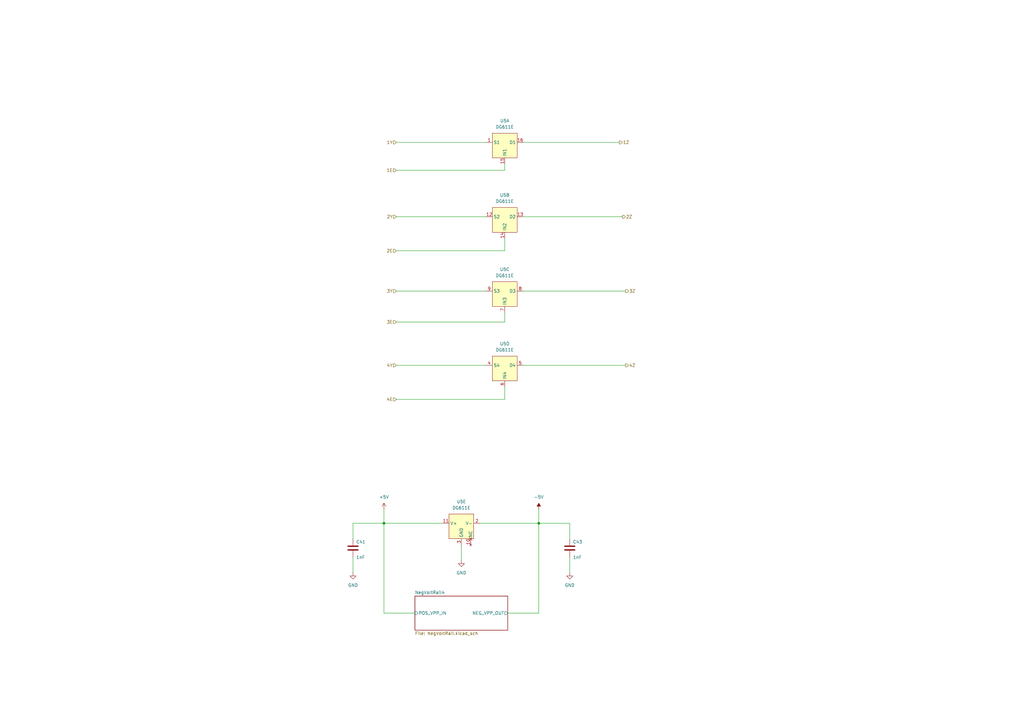
<source format=kicad_sch>
(kicad_sch (version 20211123) (generator eeschema)
  (paper "A3")
  (lib_symbols
    (symbol "DG611E_1"
      (property "Reference" "U" (at 0 8.89 0))
      (property "Value" "DG611E_1" (at 0 6.35 0))
      (symbol "DG611E_1_1_1"
        (rectangle (start -5.08 3.81) (end 5.08 -6.35) (fill (type background)))
        (pin passive line (at -7.62 0 0) (length 2.54) (name "S1") (number "1"))
        (pin passive line (at 0 -8.89 90) (length 2.54) (name "IN1") (number "15"))
        (pin passive line (at 7.62 0 180) (length 2.54) (name "D1") (number "16"))
      )
      (symbol "DG611E_1_2_1"
        (rectangle (start -5.08 3.81) (end 5.08 -6.35) (fill (type background)))
        (pin passive line (at -7.62 0 0) (length 2.54) (name "S2") (number "12"))
        (pin passive line (at 7.62 0 180) (length 2.54) (name "D2") (number "13"))
        (pin passive line (at 0 -8.89 90) (length 2.54) (name "IN2") (number "14"))
      )
      (symbol "DG611E_1_3_1"
        (rectangle (start -5.08 3.81) (end 5.08 -6.35) (fill (type background)))
        (pin passive line (at 0 -8.89 90) (length 2.54) (name "IN3") (number "7"))
        (pin passive line (at 7.62 0 180) (length 2.54) (name "D3") (number "8"))
        (pin passive line (at -7.62 0 0) (length 2.54) (name "S3") (number "9"))
      )
      (symbol "DG611E_1_4_1"
        (rectangle (start -5.08 3.81) (end 5.08 -6.35) (fill (type background)))
        (pin passive line (at -7.62 0 0) (length 2.54) (name "S4") (number "4"))
        (pin passive line (at 7.62 0 180) (length 2.54) (name "D4") (number "5"))
        (pin passive line (at 0 -8.89 90) (length 2.54) (name "IN4") (number "6"))
      )
      (symbol "DG611E_1_5_1"
        (rectangle (start -5.08 3.81) (end 5.08 -6.35) (fill (type background)))
        (pin no_connect non_logic (at 3.81 -8.89 90) (length 2.54) (name "NC") (number "10"))
        (pin power_in line (at -7.62 0 0) (length 2.54) (name "V+") (number "11"))
        (pin power_in line (at 7.62 0 180) (length 2.54) (name "V-") (number "2"))
        (pin power_in line (at 0 -8.89 90) (length 2.54) (name "GND") (number "3"))
      )
    )
    (symbol "DG611E_2"
      (property "Reference" "U" (at 0 8.89 0))
      (property "Value" "DG611E_2" (at 0 6.35 0))
      (symbol "DG611E_2_1_1"
        (rectangle (start -5.08 3.81) (end 5.08 -6.35) (fill (type background)))
        (pin passive line (at -7.62 0 0) (length 2.54) (name "S1") (number "1"))
        (pin passive line (at 0 -8.89 90) (length 2.54) (name "IN1") (number "15"))
        (pin passive line (at 7.62 0 180) (length 2.54) (name "D1") (number "16"))
      )
      (symbol "DG611E_2_2_1"
        (rectangle (start -5.08 3.81) (end 5.08 -6.35) (fill (type background)))
        (pin passive line (at -7.62 0 0) (length 2.54) (name "S2") (number "12"))
        (pin passive line (at 7.62 0 180) (length 2.54) (name "D2") (number "13"))
        (pin passive line (at 0 -8.89 90) (length 2.54) (name "IN2") (number "14"))
      )
      (symbol "DG611E_2_3_1"
        (rectangle (start -5.08 3.81) (end 5.08 -6.35) (fill (type background)))
        (pin passive line (at 0 -8.89 90) (length 2.54) (name "IN3") (number "7"))
        (pin passive line (at 7.62 0 180) (length 2.54) (name "D3") (number "8"))
        (pin passive line (at -7.62 0 0) (length 2.54) (name "S3") (number "9"))
      )
      (symbol "DG611E_2_4_1"
        (rectangle (start -5.08 3.81) (end 5.08 -6.35) (fill (type background)))
        (pin passive line (at -7.62 0 0) (length 2.54) (name "S4") (number "4"))
        (pin passive line (at 7.62 0 180) (length 2.54) (name "D4") (number "5"))
        (pin passive line (at 0 -8.89 90) (length 2.54) (name "IN4") (number "6"))
      )
      (symbol "DG611E_2_5_1"
        (rectangle (start -5.08 3.81) (end 5.08 -6.35) (fill (type background)))
        (pin no_connect non_logic (at 3.81 -8.89 90) (length 2.54) (name "NC") (number "10"))
        (pin power_in line (at -7.62 0 0) (length 2.54) (name "V+") (number "11"))
        (pin power_in line (at 7.62 0 180) (length 2.54) (name "V-") (number "2"))
        (pin power_in line (at 0 -8.89 90) (length 2.54) (name "GND") (number "3"))
      )
    )
    (symbol "DG611E_3"
      (property "Reference" "U" (at 0 8.89 0))
      (property "Value" "DG611E_3" (at 0 6.35 0))
      (symbol "DG611E_3_1_1"
        (rectangle (start -5.08 3.81) (end 5.08 -6.35) (fill (type background)))
        (pin passive line (at -7.62 0 0) (length 2.54) (name "S1") (number "1"))
        (pin passive line (at 0 -8.89 90) (length 2.54) (name "IN1") (number "15"))
        (pin passive line (at 7.62 0 180) (length 2.54) (name "D1") (number "16"))
      )
      (symbol "DG611E_3_2_1"
        (rectangle (start -5.08 3.81) (end 5.08 -6.35) (fill (type background)))
        (pin passive line (at -7.62 0 0) (length 2.54) (name "S2") (number "12"))
        (pin passive line (at 7.62 0 180) (length 2.54) (name "D2") (number "13"))
        (pin passive line (at 0 -8.89 90) (length 2.54) (name "IN2") (number "14"))
      )
      (symbol "DG611E_3_3_1"
        (rectangle (start -5.08 3.81) (end 5.08 -6.35) (fill (type background)))
        (pin passive line (at 0 -8.89 90) (length 2.54) (name "IN3") (number "7"))
        (pin passive line (at 7.62 0 180) (length 2.54) (name "D3") (number "8"))
        (pin passive line (at -7.62 0 0) (length 2.54) (name "S3") (number "9"))
      )
      (symbol "DG611E_3_4_1"
        (rectangle (start -5.08 3.81) (end 5.08 -6.35) (fill (type background)))
        (pin passive line (at -7.62 0 0) (length 2.54) (name "S4") (number "4"))
        (pin passive line (at 7.62 0 180) (length 2.54) (name "D4") (number "5"))
        (pin passive line (at 0 -8.89 90) (length 2.54) (name "IN4") (number "6"))
      )
      (symbol "DG611E_3_5_1"
        (rectangle (start -5.08 3.81) (end 5.08 -6.35) (fill (type background)))
        (pin no_connect non_logic (at 3.81 -8.89 90) (length 2.54) (name "NC") (number "10"))
        (pin power_in line (at -7.62 0 0) (length 2.54) (name "V+") (number "11"))
        (pin power_in line (at 7.62 0 180) (length 2.54) (name "V-") (number "2"))
        (pin power_in line (at 0 -8.89 90) (length 2.54) (name "GND") (number "3"))
      )
    )
    (symbol "DG611E_4"
      (property "Reference" "U" (at 0 8.89 0))
      (property "Value" "DG611E_4" (at 0 6.35 0))
      (symbol "DG611E_4_1_1"
        (rectangle (start -5.08 3.81) (end 5.08 -6.35) (fill (type background)))
        (pin passive line (at -7.62 0 0) (length 2.54) (name "S1") (number "1"))
        (pin passive line (at 0 -8.89 90) (length 2.54) (name "IN1") (number "15"))
        (pin passive line (at 7.62 0 180) (length 2.54) (name "D1") (number "16"))
      )
      (symbol "DG611E_4_2_1"
        (rectangle (start -5.08 3.81) (end 5.08 -6.35) (fill (type background)))
        (pin passive line (at -7.62 0 0) (length 2.54) (name "S2") (number "12"))
        (pin passive line (at 7.62 0 180) (length 2.54) (name "D2") (number "13"))
        (pin passive line (at 0 -8.89 90) (length 2.54) (name "IN2") (number "14"))
      )
      (symbol "DG611E_4_3_1"
        (rectangle (start -5.08 3.81) (end 5.08 -6.35) (fill (type background)))
        (pin passive line (at 0 -8.89 90) (length 2.54) (name "IN3") (number "7"))
        (pin passive line (at 7.62 0 180) (length 2.54) (name "D3") (number "8"))
        (pin passive line (at -7.62 0 0) (length 2.54) (name "S3") (number "9"))
      )
      (symbol "DG611E_4_4_1"
        (rectangle (start -5.08 3.81) (end 5.08 -6.35) (fill (type background)))
        (pin passive line (at -7.62 0 0) (length 2.54) (name "S4") (number "4"))
        (pin passive line (at 7.62 0 180) (length 2.54) (name "D4") (number "5"))
        (pin passive line (at 0 -8.89 90) (length 2.54) (name "IN4") (number "6"))
      )
      (symbol "DG611E_4_5_1"
        (rectangle (start -5.08 3.81) (end 5.08 -6.35) (fill (type background)))
        (pin no_connect non_logic (at 3.81 -8.89 90) (length 2.54) (name "NC") (number "10"))
        (pin power_in line (at -7.62 0 0) (length 2.54) (name "V+") (number "11"))
        (pin power_in line (at 7.62 0 180) (length 2.54) (name "V-") (number "2"))
        (pin power_in line (at 0 -8.89 90) (length 2.54) (name "GND") (number "3"))
      )
    )
    (symbol "DG61x:DG611E"
      (property "Reference" "U" (at 0 8.89 0))
      (property "Value" "DG611E" (at 0 6.35 0))
      (symbol "DG611E_1_1"
        (rectangle (start -5.08 3.81) (end 5.08 -6.35) (fill (type background)))
        (pin passive line (at -7.62 0 0) (length 2.54) (name "S1") (number "1"))
        (pin passive line (at 0 -8.89 90) (length 2.54) (name "IN1") (number "15"))
        (pin passive line (at 7.62 0 180) (length 2.54) (name "D1") (number "16"))
      )
      (symbol "DG611E_2_1"
        (rectangle (start -5.08 3.81) (end 5.08 -6.35) (fill (type background)))
        (pin passive line (at -7.62 0 0) (length 2.54) (name "S2") (number "12"))
        (pin passive line (at 7.62 0 180) (length 2.54) (name "D2") (number "13"))
        (pin passive line (at 0 -8.89 90) (length 2.54) (name "IN2") (number "14"))
      )
      (symbol "DG611E_3_1"
        (rectangle (start -5.08 3.81) (end 5.08 -6.35) (fill (type background)))
        (pin passive line (at 0 -8.89 90) (length 2.54) (name "IN3") (number "7"))
        (pin passive line (at 7.62 0 180) (length 2.54) (name "D3") (number "8"))
        (pin passive line (at -7.62 0 0) (length 2.54) (name "S3") (number "9"))
      )
      (symbol "DG611E_4_1"
        (rectangle (start -5.08 3.81) (end 5.08 -6.35) (fill (type background)))
        (pin passive line (at -7.62 0 0) (length 2.54) (name "S4") (number "4"))
        (pin passive line (at 7.62 0 180) (length 2.54) (name "D4") (number "5"))
        (pin passive line (at 0 -8.89 90) (length 2.54) (name "IN4") (number "6"))
      )
      (symbol "DG611E_5_1"
        (rectangle (start -5.08 3.81) (end 5.08 -6.35) (fill (type background)))
        (pin no_connect non_logic (at 3.81 -8.89 90) (length 2.54) (name "NC") (number "10"))
        (pin power_in line (at -7.62 0 0) (length 2.54) (name "V+") (number "11"))
        (pin power_in line (at 7.62 0 180) (length 2.54) (name "V-") (number "2"))
        (pin power_in line (at 0 -8.89 90) (length 2.54) (name "GND") (number "3"))
      )
    )
    (symbol "Device:C" (pin_numbers hide) (pin_names (offset 0.254))
      (property "Reference" "C" (at 0.635 2.54 0))
      (property "Value" "C" (at 0.635 -2.54 0))
      (symbol "C_0_1"
        (polyline (pts (xy -2.032 -0.762) (xy 2.032 -0.762)) (stroke (width 0.508)))
        (polyline (pts (xy -2.032 0.762) (xy 2.032 0.762)) (stroke (width 0.508)))
      )
      (symbol "C_1_1"
        (pin passive line (at 0 3.81 270) (length 2.794) (name "~") (number "1"))
        (pin passive line (at 0 -3.81 90) (length 2.794) (name "~") (number "2"))
      )
    )
    (symbol "power:+5V" (power) (pin_names (offset 0))
      (property "Value" "+5V" (at 0 3.556 0))
      (symbol "+5V_0_1"
        (polyline (pts (xy -0.762 1.27) (xy 0 2.54)))
        (polyline (pts (xy 0 0) (xy 0 2.54)))
        (polyline (pts (xy 0 2.54) (xy 0.762 1.27)))
      )
      (symbol "+5V_1_1"
        (pin power_in line (at 0 0 90) (length 0) hide (name "+5V") (number "1"))
      )
    )
    (symbol "power:-5V" (power) (pin_names (offset 0))
      (property "Value" "-5V" (at 0 3.81 0))
      (symbol "-5V_0_0"
        (pin power_in line (at 0 0 90) (length 0) hide (name "-5V") (number "1"))
      )
      (symbol "-5V_0_1"
        (polyline (pts (xy 0 0) (xy 0 1.27) (xy 0.762 1.27) (xy 0 2.54) (xy -0.762 1.27) (xy 0 1.27)) (fill (type outline)))
      )
    )
    (symbol "power:GND" (power) (pin_names (offset 0))
      (property "Value" "GND" (at 0 -3.81 0))
      (symbol "GND_0_1"
        (polyline (pts (xy 0 0) (xy 0 -1.27) (xy 1.27 -1.27) (xy 0 -2.54) (xy -1.27 -1.27) (xy 0 -1.27)))
      )
      (symbol "GND_1_1"
        (pin power_in line (at 0 0 270) (length 0) hide (name "GND") (number "1"))
      )
    )
  )
  (junction (at 157.48 214.63))
  (junction (at 220.98 214.63))
  (wire (pts (xy 157.48 214.63) (xy 181.61 214.63)))
  (wire (pts (xy 207.01 67.31) (xy 207.01 69.85)))
  (wire (pts (xy 220.98 214.63) (xy 220.98 251.46)))
  (wire (pts (xy 196.85 214.63) (xy 220.98 214.63)))
  (wire (pts (xy 157.48 214.63) (xy 157.48 251.46)))
  (wire (pts (xy 144.78 214.63) (xy 144.78 220.98)))
  (wire (pts (xy 220.98 214.63) (xy 233.68 214.63)))
  (wire (pts (xy 207.01 97.79) (xy 207.01 102.87)))
  (wire (pts (xy 144.78 214.63) (xy 157.48 214.63)))
  (wire (pts (xy 162.56 119.38) (xy 199.39 119.38)))
  (wire (pts (xy 162.56 88.9) (xy 199.39 88.9)))
  (wire (pts (xy 214.63 58.42) (xy 254 58.42)))
  (wire (pts (xy 207.01 128.27) (xy 207.01 132.08)))
  (wire (pts (xy 233.68 228.6) (xy 233.68 234.95)))
  (wire (pts (xy 214.63 88.9) (xy 255.27 88.9)))
  (wire (pts (xy 162.56 102.87) (xy 207.01 102.87)))
  (wire (pts (xy 220.98 208.9079) (xy 220.98 214.63)))
  (wire (pts (xy 162.56 149.86) (xy 199.39 149.86)))
  (wire (pts (xy 162.56 163.83) (xy 207.01 163.83)))
  (wire (pts (xy 162.56 69.85) (xy 207.01 69.85)))
  (wire (pts (xy 207.01 158.75) (xy 207.01 163.83)))
  (wire (pts (xy 162.56 132.08) (xy 207.01 132.08)))
  (wire (pts (xy 220.98 251.46) (xy 208.28 251.46)))
  (wire (pts (xy 214.63 149.86) (xy 256.54 149.86)))
  (wire (pts (xy 162.56 58.42) (xy 199.39 58.42)))
  (wire (pts (xy 233.68 214.63) (xy 233.68 220.98)))
  (wire (pts (xy 144.78 228.6) (xy 144.78 234.95)))
  (wire (pts (xy 157.48 208.9079) (xy 157.48 214.63)))
  (wire (pts (xy 189.23 223.52) (xy 189.23 229.87)))
  (wire (pts (xy 214.63 119.38) (xy 256.54 119.38)))
  (wire (pts (xy 170.18 251.46) (xy 157.48 251.46)))
  (hierarchical_label "4Y" (shape input) (at 162.56 149.86 180))
  (hierarchical_label "2Z" (shape output) (at 255.27 88.9 0))
  (hierarchical_label "1Y" (shape input) (at 162.56 58.42 180))
  (hierarchical_label "1Z" (shape output) (at 254 58.42 0))
  (hierarchical_label "4Z" (shape output) (at 256.54 149.86 0))
  (hierarchical_label "2Y" (shape input) (at 162.56 88.9 180))
  (hierarchical_label "3Z" (shape output) (at 256.54 119.38 0))
  (hierarchical_label "4E" (shape input) (at 162.56 163.83 180))
  (hierarchical_label "3E" (shape input) (at 162.56 132.08 180))
  (hierarchical_label "2E" (shape input) (at 162.56 102.87 180))
  (hierarchical_label "1E" (shape input) (at 162.56 69.85 180))
  (hierarchical_label "3Y" (shape input) (at 162.56 119.38 180))
  (symbol (lib_id "DG61x:DG611E") (at 189.23 214.63 0) (unit 5)
    (property "Reference" "U5" (at 189.23 205.74 0))
    (property "Value" "DG611E" (at 189.23 208.28 0))
    (property "Footprint" "ThinMiniQFN:ThinMiniQFN-16_2.6mm_1.8mm" (effects hide))
    (property "Datasheet" "https://www.vishay.com/docs/78910/dg611e.pdf" (effects hide))
  )
  (symbol (lib_id "power:+5V") (at 157.48 208.9079 0) (unit 1)
    (property "Reference" "#PWR061" (effects hide))
    (property "Value" "+5V" (at 157.48 203.8279 0))
  )
  (symbol (lib_name "DG611E_2") (lib_id "DG61x:DG611E") (at 207.01 88.9 0) (unit 2)
    (property "Reference" "U5" (at 207.01 80.01 0))
    (property "Value" "DG611E" (at 207.01 82.55 0))
    (property "Footprint" "ThinMiniQFN:ThinMiniQFN-16_2.6mm_1.8mm" (effects hide))
    (property "Datasheet" "https://www.vishay.com/docs/78910/dg611e.pdf" (effects hide))
  )
  (symbol (lib_name "DG611E_3") (lib_id "DG61x:DG611E") (at 207.01 119.38 0) (unit 3)
    (property "Reference" "U5" (at 207.01 110.49 0))
    (property "Value" "DG611E" (at 207.01 113.03 0))
    (property "Footprint" "ThinMiniQFN:ThinMiniQFN-16_2.6mm_1.8mm" (effects hide))
    (property "Datasheet" "https://www.vishay.com/docs/78910/dg611e.pdf" (effects hide))
  )
  (symbol (lib_id "Device:C") (at 144.78 224.79 180) (unit 1)
    (property "Reference" "C41" (at 146.05 222.25 0) (effects (justify right)))
    (property "Value" "1nF" (at 146.05 228.6 0) (effects (justify right)))
    (property "Footprint" "Capacitor_SMD:C_0805_2012Metric_Pad1.18x1.45mm_HandSolder" (effects hide))
  )
  (symbol (lib_name "DG611E_4") (lib_id "DG61x:DG611E") (at 207.01 149.86 0) (unit 4)
    (property "Reference" "U5" (at 207.01 140.97 0))
    (property "Value" "DG611E" (at 207.01 143.51 0))
    (property "Footprint" "ThinMiniQFN:ThinMiniQFN-16_2.6mm_1.8mm" (effects hide))
    (property "Datasheet" "https://www.vishay.com/docs/78910/dg611e.pdf" (effects hide))
  )
  (symbol (lib_id "power:-5V") (at 220.98 208.9079 0) (unit 1)
    (property "Reference" "#PWR062" (effects hide))
    (property "Value" "-5V" (at 220.98 203.8279 0))
  )
  (symbol (lib_id "power:GND") (at 233.68 234.95 0) (unit 1)
    (property "Reference" "#PWR063" (effects hide))
    (property "Value" "~" (at 233.68 240.03 0))
  )
  (symbol (lib_name "DG611E_1") (lib_id "DG61x:DG611E") (at 207.01 58.42 0) (unit 1)
    (property "Reference" "U5" (at 207.01 49.53 0))
    (property "Value" "DG611E" (at 207.01 52.07 0))
    (property "Footprint" "ThinMiniQFN:ThinMiniQFN-16_2.6mm_1.8mm" (effects hide))
    (property "Datasheet" "https://www.vishay.com/docs/78910/dg611e.pdf" (effects hide))
  )
  (symbol (lib_id "power:GND") (at 144.78 234.95 0) (unit 1)
    (property "Reference" "#PWR060" (effects hide))
    (property "Value" "~" (at 144.78 240.03 0))
  )
  (symbol (lib_id "power:GND") (at 189.23 229.87 0) (unit 1)
    (property "Reference" "#PWR0100" (effects hide))
    (property "Value" "GND" (at 189.23 234.95 0))
  )
  (symbol (lib_id "Device:C") (at 233.68 224.79 180) (unit 1)
    (property "Reference" "C43" (at 234.95 222.25 0) (effects (justify right)))
    (property "Value" "1nF" (at 234.95 228.6 0) (effects (justify right)))
    (property "Footprint" "Capacitor_SMD:C_0805_2012Metric_Pad1.18x1.45mm_HandSolder" (effects hide))
  )
  (sheet (at 170.18 244.4821) (size 38.1 13.97) (stroke (width 0.1524))
    (property "Sheet name" "NegVoltRail4" (at 170.18 243.7705 0) (effects (justify left bottom)))
    (property "Sheet file" "NegVoltRail.kicad_sch" (at 170.18 259.0367 0) (effects (justify left top)))
    (pin "POS_VPP_IN" input (at 170.18 251.46 180))
    (pin "NEG_VPP_OUT" output (at 208.28 251.46 0))
  )
)
</source>
